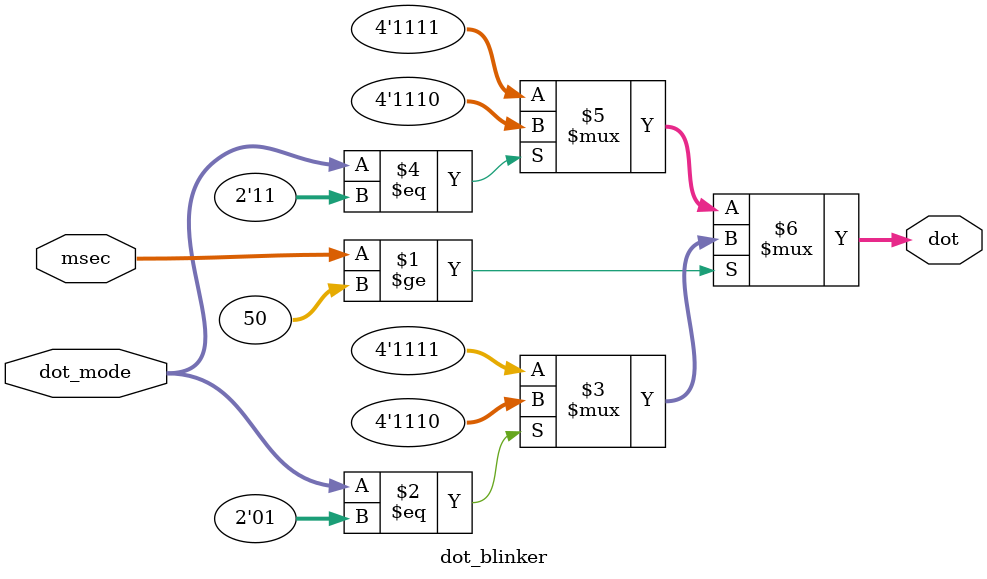
<source format=v>
`timescale 1ns / 1ps

module fnd_controller (
    input clk,
    input rst,
    input sw_mode, // 시분초
    input [1:0]dot_mode, // 시계모드일떄만
    input [6:0] data_1_10,
    input [6:0] data_100_1000,
    input [6:0] data_1_10_2,
    input [6:0] data_100_1000_2,
    output [7:0] fnd_font,
    output [3:0] fnd_comm
);
    wire [3:0] w_dot;
    wire [3:0] w_bcd, 
               w_data_1, w_data_10, 
               w_data_100, w_data_1000,
               w_data_1_2, w_data_10_2, 
               w_data_100_2, w_data_1000_2;

    wire w_clk_100hz;
    wire [2:0] w_seg_sel;
    wire [3:0] w_data, w_data_2;
    
    clk_divider U_Clk_Divider (
        .clk(clk),
        .rst(rst),
        .o_clk(w_clk_100hz)
    );



    
    counter_8 U_Counter_8 (
        .clk  (w_clk_100hz),
        .rst(rst),
        .o_sel(w_seg_sel)
    );

    decoder_3x8 U_decoder_3x8 (
        .seg_sel (w_seg_sel),
        .seg_comm(fnd_comm)
    );

    digit_splitter #(.BIT_WIDTH(7)) U_Digit_Splitter_msec (
        .bcd(data_1_10),
        .digit_1(w_data_1),
        .digit_10(w_data_10)
    );
    
    digit_splitter #(.BIT_WIDTH(7)) U_Digit_Splitter_sec (
        .bcd(data_100_1000),
        .digit_1(w_data_100),
        .digit_10(w_data_1000)
    );

    digit_splitter #(.BIT_WIDTH(7)) U_Digit_Splitter_min (
        .bcd(data_1_10_2),
        .digit_1(w_data_1_2),
        .digit_10(w_data_10_2)
    );

    digit_splitter #(.BIT_WIDTH(7)) U_Digit_Splitter_hour (
        .bcd(data_100_1000_2),
        .digit_1(w_data_100_2),
        .digit_10(w_data_1000_2)
    );

    dot_blinker U_dot_blinker(
    .msec(msec), 
    .dot_mode(dot_mode),    
    .dot(w_dot)   
    );


    mux_8x1 U_Mux_8x1_stopwatch(
        .sel(w_seg_sel),
        .digit_0(w_data_1), // ?��?�� ?��?�� ?��?�� 4?���?
        .digit_1(w_data_10),
        .digit_2(w_data_100),
        .digit_3(w_data_1000),
        .digit_4(4'hf),  // dot �? 뿌리�? ?��?�� 4?���?
        .digit_5(4'hf),
        .digit_6(w_dot),
        .digit_7(4'hf),    
        .bcd(w_data)
    );

     mux_8x1 U_Mux_8x1_clock(
        .sel(w_seg_sel),
        .digit_0(w_data_1_2), // ?��?�� ?��?�� ?��?�� 4?���?
        .digit_1(w_data_10_2),
        .digit_2(w_data_100_2),
        .digit_3(w_data_1000_2),
        .digit_4(4'hf),  // dot �? 뿌리�? ?��?�� 4?���?
        .digit_5(4'hf),
        .digit_6(w_dot),
        .digit_7(4'hf),    
        .bcd(w_data_2)
    );

    mux_2x1 U_mux_2x1_stopwatch_clock(
        .sw_mode(sw_mode),
        .data(w_data),
        .data_2(w_data_2),
        .bcd(w_bcd)
    );

    bcdtoseg U_bcdtoseg(
        .bcd(w_bcd), 
        .seg(fnd_font)
    );


endmodule


// horizental frame 
module clk_divider (
    input  clk,
    input  rst,
    output o_clk
);
    parameter FCOUNT = 100_000 ;// ?��름을 ?��?��?��?��?�� ?��?��.
    // $clog2 : ?���? ?��???��?��?�� ?��?��?�� 비트?�� 계산
    reg [$clog2(FCOUNT)-1:0] r_counter;
    reg r_clk;
    assign o_clk = r_clk;

    always @(posedge clk, posedge rst) begin
        if (rst) begin  // 
            r_counter <= 0;  // 리셋?��?��
            r_clk <= 1'b0;
        end else begin
            // clock divide 계산, 100Mhz -> 200hz
            if (r_counter == FCOUNT - 1) begin
                r_counter <= 0;
                r_clk <= 1'b1;  // r_clk : 0->1
            end else begin
                r_counter <= r_counter + 1;
                r_clk <= 1'b0;  // r_clk : 0?���? ?���?.;
            end
        end
    end

endmodule

module counter_8 (
    input        clk,
    input        rst,
    output [2:0] o_sel
);

    reg [2:0] r_counter;
    assign o_sel = r_counter;

    always @(posedge clk, posedge rst) begin
        if (rst) begin
            r_counter <= 0;
        end else begin
            r_counter <= r_counter + 1;
        end
    end


endmodule

module decoder_3x8 (
    input [2:0] seg_sel,
    output reg [3:0] seg_comm
);

    always @(seg_sel) begin
        case (seg_sel)
            3'b000:   seg_comm = 4'b1110;
            3'b001:   seg_comm = 4'b1101;
            3'b010:   seg_comm = 4'b1011;
            3'b011:   seg_comm = 4'b0111;
            3'b100:   seg_comm = 4'b1110;
            3'b101:   seg_comm = 4'b1101;
            3'b110:   seg_comm = 4'b1011;
            3'b111:   seg_comm = 4'b0111;
            default:  seg_comm = 4'b1111;
        endcase
    end

endmodule

module digit_splitter #(parameter BIT_WIDTH = 7) (
    input  [BIT_WIDTH -1:0] bcd,
    output [3:0] digit_1,
    output [3:0] digit_10
);
    assign digit_1 = bcd % 10;  // 10?�� 1?�� ?���?
    assign digit_10 = bcd / 10 % 10;  // 10?�� 10?�� ?���?
endmodule

module mux_8x1 (
    input  [2:0] sel,
    input  [3:0] digit_0,
    input  [3:0] digit_1,
    input  [3:0] digit_2,
    input  [3:0] digit_3,
    input  [3:0] digit_4,
    input  [3:0] digit_5,
    input  [3:0] digit_6,
    input  [3:0] digit_7,    
    output reg [3:0] bcd
);
   
    // * : input 모두 감시, ?��?���? 개별 ?��?�� ?��?�� ?�� ?�� ?��?��.
    // alwasys : ?��?�� 감시?��?�� @?��벤트 ?��?���? ()?�� �??���? ?��?���?, begin - end�? ?��?��?��?��.
    always @(*) begin
        case (sel)
            3'b000 : bcd = digit_0;
            3'b001 : bcd = digit_1;
            3'b010 : bcd = digit_2;
            3'b011 : bcd = digit_3;
            3'b100 : bcd = digit_4;
            3'b101 : bcd = digit_5;
            3'b110 : bcd = digit_6;
            3'b111 : bcd = digit_7;
            default: bcd = 4'hx;
        endcase
    end

endmodule

module mux_2x1(
    input sw_mode,
    input [3:0] data,
    input [3:0] data_2,
    output reg [3:0] bcd
);
    always @(*) begin
        case(sw_mode)
            1'b0 : bcd = data; 
            1'b1 : bcd = data_2;
            default : bcd = 4'hf;
        endcase
    end
endmodule

/*
module mux_4x1 (
    input  [1:0] sel,
    input  [3:0] digit_1,
    input  [3:0] digit_10,
    input  [3:0] digit_100,
    input  [3:0] digit_1000,
    output [3:0] bcd
);
    reg [3:0] r_bcd;
    assign bcd = r_bcd;
    // * : input 모두 감시, ?��?���? 개별 ?��?�� ?��?�� ?�� ?�� ?��?��.
    // alwasys : ?��?�� 감시?��?�� @?��벤트 ?��?���? ()?�� �??���? ?��?���?, begin - end�? ?��?��?��?��.
    always @(sel, digit_1, digit_10, digit_100, digit_1000) begin
        case (sel)
            2'b00:   r_bcd = digit_1;
            2'b01:   r_bcd = digit_10;
            2'b10:   r_bcd = digit_100;
            2'b11:   r_bcd = digit_1000;
            default: r_bcd = 4'bx;
        endcase
    end

endmodule
*/
module bcdtoseg (
    input [3:0] bcd,  // [3:0] sum �? 
    output reg [7:0] seg
);
    // always 구문 출력?���? reg type?�� �??��?�� ?��?��.
    always @(bcd) begin

        case (bcd)
            4'h0: seg = 8'hc0;
            4'h1: seg = 8'hF9;
            4'h2: seg = 8'hA4;
            4'h3: seg = 8'hB0;
            4'h4: seg = 8'h99;
            4'h5: seg = 8'h92;
            4'h6: seg = 8'h82;
            4'h7: seg = 8'hf8;
            4'h8: seg = 8'h80;
            4'h9: seg = 8'h90;
            4'hA: seg = 8'h88;
            4'hB: seg = 8'h83;
            4'hC: seg = 8'hc6;
            4'hD: seg = 8'ha1;
            4'hE: seg = 8'h7f;
            4'hF: seg = 8'hff;
            default: seg = 8'hff;
        endcase
    end
endmodule


module dot_blinker(
    input [1:0]dot_mode,
    input [6:0]msec,    
    output [3:0]dot  
);

    assign dot = (msec >= 50 ) ? ((dot_mode == 2'b01) ? 4'hE : 4'hF) : (dot_mode == 2'b11) ? 4'hE : 4'hF;
endmodule


</source>
